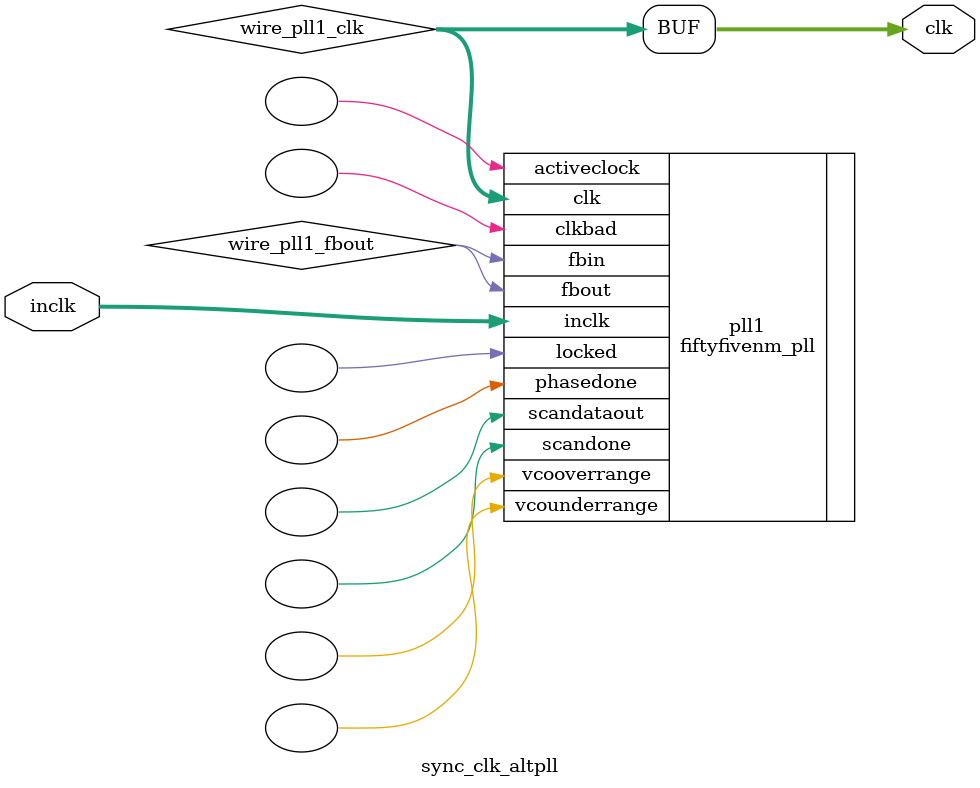
<source format=v>






//synthesis_resources = fiftyfivenm_pll 1 
//synopsys translate_off
`timescale 1 ps / 1 ps
//synopsys translate_on
module  sync_clk_altpll
	( 
	clk,
	inclk) /* synthesis synthesis_clearbox=1 */;
	output   [4:0]  clk;
	input   [1:0]  inclk;
`ifndef ALTERA_RESERVED_QIS
// synopsys translate_off
`endif
	tri0   [1:0]  inclk;
`ifndef ALTERA_RESERVED_QIS
// synopsys translate_on
`endif

	wire  [4:0]   wire_pll1_clk;
	wire  wire_pll1_fbout;

	fiftyfivenm_pll   pll1
	( 
	.activeclock(),
	.clk(wire_pll1_clk),
	.clkbad(),
	.fbin(wire_pll1_fbout),
	.fbout(wire_pll1_fbout),
	.inclk(inclk),
	.locked(),
	.phasedone(),
	.scandataout(),
	.scandone(),
	.vcooverrange(),
	.vcounderrange()
	`ifndef FORMAL_VERIFICATION
	// synopsys translate_off
	`endif
	,
	.areset(1'b0),
	.clkswitch(1'b0),
	.configupdate(1'b0),
	.pfdena(1'b1),
	.phasecounterselect({3{1'b0}}),
	.phasestep(1'b0),
	.phaseupdown(1'b0),
	.scanclk(1'b0),
	.scanclkena(1'b1),
	.scandata(1'b0)
	`ifndef FORMAL_VERIFICATION
	// synopsys translate_on
	`endif
	);
	defparam
		pll1.bandwidth_type = "auto",
		pll1.clk0_divide_by = 2000,
		pll1.clk0_duty_cycle = 50,
		pll1.clk0_multiply_by = 1007,
		pll1.clk0_phase_shift = "0",
		pll1.clk1_divide_by = 10,
		pll1.clk1_duty_cycle = 50,
		pll1.clk1_multiply_by = 13,
		pll1.clk1_phase_shift = "0",
		pll1.compensate_clock = "clk0",
		pll1.inclk0_input_frequency = 20000,
		pll1.operation_mode = "normal",
		pll1.pll_type = "auto",
		pll1.lpm_type = "fiftyfivenm_pll";
	assign
		clk = {wire_pll1_clk[4:0]};
endmodule //sync_clk_altpll
//VALID FILE

</source>
